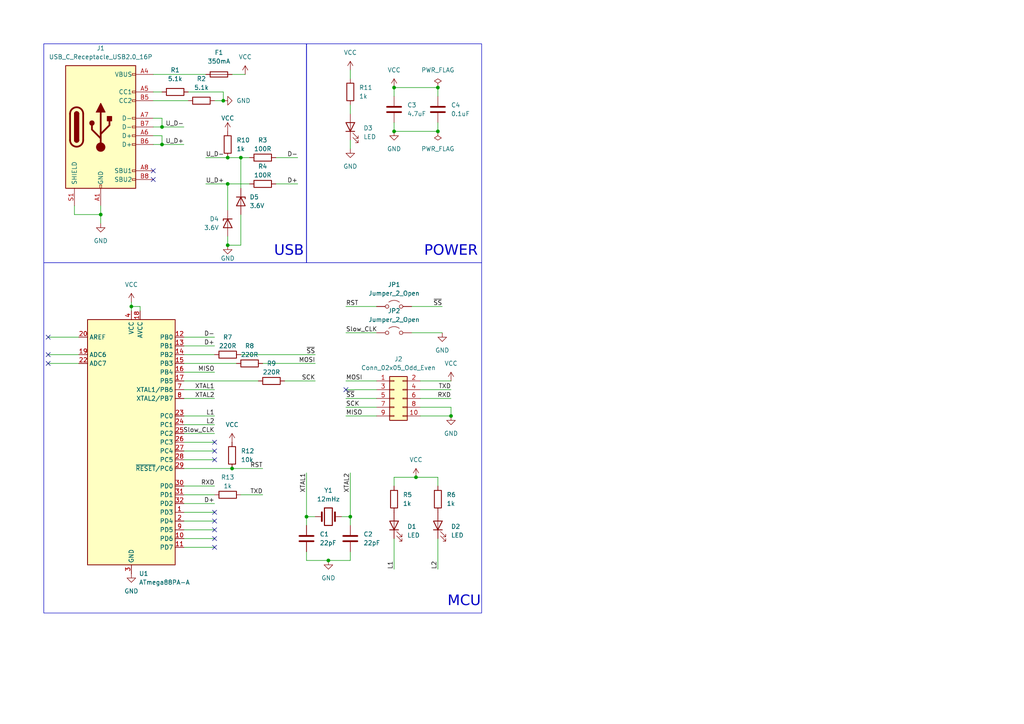
<source format=kicad_sch>
(kicad_sch (version 20231120) (generator "eeschema") (generator_version "8.0")
  (paper "A4")
  (title_block (title "ICSP_Programmer_USBasp") (date "2024-06-30") (company "yukuyuku4123"))
  (lib_symbols
    (symbol "Connector:USB_C_Receptacle_USB2.0_16P" (pin_names (offset 1.016))
      (property "Reference" "J" (at 0 22.225 0))
      (property "Value" "USB_C_Receptacle_USB2.0_16P" (at 0 19.685 0))
      (symbol "USB_C_Receptacle_USB2.0_16P_0_0"
        (rectangle (start -0.254 -17.78) (end 0.254 -16.764))
        (rectangle (start 10.16 -14.986) (end 9.144 -15.494))
        (rectangle (start 10.16 -12.446) (end 9.144 -12.954))
        (rectangle (start 10.16 -4.826) (end 9.144 -5.334))
        (rectangle (start 10.16 -2.286) (end 9.144 -2.794))
        (rectangle (start 10.16 0.254) (end 9.144 -0.254))
        (rectangle (start 10.16 2.794) (end 9.144 2.286))
        (rectangle (start 10.16 7.874) (end 9.144 7.366))
        (rectangle (start 10.16 10.414) (end 9.144 9.906))
        (rectangle (start 10.16 15.494) (end 9.144 14.986))
      )
      (symbol "USB_C_Receptacle_USB2.0_16P_0_1"
        (rectangle (start -10.16 17.78) (end 10.16 -17.78) (stroke (width 0.254)) (fill (type background)))
        (arc (start -8.89 -3.81) (mid -6.985 -5.7067) (end -5.08 -3.81) (stroke (width 0.508)))
        (arc (start -7.62 -3.81) (mid -6.985 -4.4423) (end -6.35 -3.81) (stroke (width 0.254)))
        (arc (start -7.62 -3.81) (mid -6.985 -4.4423) (end -6.35 -3.81) (stroke (width 0.254)) (fill (type outline)))
        (rectangle (start -7.62 -3.81) (end -6.35 3.81) (stroke (width 0.254)) (fill (type outline)))
        (arc (start -6.35 3.81) (mid -6.985 4.4423) (end -7.62 3.81) (stroke (width 0.254)))
        (arc (start -6.35 3.81) (mid -6.985 4.4423) (end -7.62 3.81) (stroke (width 0.254)) (fill (type outline)))
        (arc (start -5.08 3.81) (mid -6.985 5.7067) (end -8.89 3.81) (stroke (width 0.508)))
        (circle (center -2.54 1.143) (radius 0.635) (stroke (width 0.254)) (fill (type outline)))
        (circle (center 0 -5.842) (radius 1.27) (fill (type outline)))
        (polyline (pts (xy -8.89 -3.81) (xy -8.89 3.81)) (stroke (width 0.508)))
        (polyline (pts (xy -5.08 3.81) (xy -5.08 -3.81)) (stroke (width 0.508)))
        (polyline (pts (xy 0 -5.842) (xy 0 4.318)) (stroke (width 0.508)))
        (polyline (pts (xy 0 -3.302) (xy -2.54 -0.762) (xy -2.54 0.508)) (stroke (width 0.508)))
        (polyline (pts (xy 0 -2.032) (xy 2.54 0.508) (xy 2.54 1.778)) (stroke (width 0.508)))
        (polyline (pts (xy -1.27 4.318) (xy 0 6.858) (xy 1.27 4.318) (xy -1.27 4.318)) (stroke (width 0.254)) (fill (type outline)))
        (rectangle (start 1.905 1.778) (end 3.175 3.048) (stroke (width 0.254)) (fill (type outline)))
      )
      (symbol "USB_C_Receptacle_USB2.0_16P_1_1"
        (pin passive line (at 0 -22.86 90) (length 5.08) (name "GND") (number "A1"))
        (pin passive line (at 0 -22.86 90) (length 5.08) hide (name "GND") (number "A12"))
        (pin passive line (at 15.24 15.24 180) (length 5.08) (name "VBUS") (number "A4"))
        (pin bidirectional line (at 15.24 10.16 180) (length 5.08) (name "CC1") (number "A5"))
        (pin bidirectional line (at 15.24 -2.54 180) (length 5.08) (name "D+") (number "A6"))
        (pin bidirectional line (at 15.24 2.54 180) (length 5.08) (name "D-") (number "A7"))
        (pin bidirectional line (at 15.24 -12.7 180) (length 5.08) (name "SBU1") (number "A8"))
        (pin passive line (at 15.24 15.24 180) (length 5.08) hide (name "VBUS") (number "A9"))
        (pin passive line (at 0 -22.86 90) (length 5.08) hide (name "GND") (number "B1"))
        (pin passive line (at 0 -22.86 90) (length 5.08) hide (name "GND") (number "B12"))
        (pin passive line (at 15.24 15.24 180) (length 5.08) hide (name "VBUS") (number "B4"))
        (pin bidirectional line (at 15.24 7.62 180) (length 5.08) (name "CC2") (number "B5"))
        (pin bidirectional line (at 15.24 -5.08 180) (length 5.08) (name "D+") (number "B6"))
        (pin bidirectional line (at 15.24 0 180) (length 5.08) (name "D-") (number "B7"))
        (pin bidirectional line (at 15.24 -15.24 180) (length 5.08) (name "SBU2") (number "B8"))
        (pin passive line (at 15.24 15.24 180) (length 5.08) hide (name "VBUS") (number "B9"))
        (pin passive line (at -7.62 -22.86 90) (length 5.08) (name "SHIELD") (number "S1"))
      )
    )
    (symbol "Connector_Generic:Conn_02x05_Odd_Even" (pin_names (offset 1.016) hide)
      (property "Reference" "J" (at 1.27 7.62 0))
      (property "Value" "Conn_02x05_Odd_Even" (at 1.27 -7.62 0))
      (symbol "Conn_02x05_Odd_Even_1_1"
        (rectangle (start -1.27 -4.953) (end 0 -5.207) (stroke (width 0.1524)))
        (rectangle (start -1.27 -2.413) (end 0 -2.667) (stroke (width 0.1524)))
        (rectangle (start -1.27 0.127) (end 0 -0.127) (stroke (width 0.1524)))
        (rectangle (start -1.27 2.667) (end 0 2.413) (stroke (width 0.1524)))
        (rectangle (start -1.27 5.207) (end 0 4.953) (stroke (width 0.1524)))
        (rectangle (start -1.27 6.35) (end 3.81 -6.35) (stroke (width 0.254)) (fill (type background)))
        (rectangle (start 3.81 -4.953) (end 2.54 -5.207) (stroke (width 0.1524)))
        (rectangle (start 3.81 -2.413) (end 2.54 -2.667) (stroke (width 0.1524)))
        (rectangle (start 3.81 0.127) (end 2.54 -0.127) (stroke (width 0.1524)))
        (rectangle (start 3.81 2.667) (end 2.54 2.413) (stroke (width 0.1524)))
        (rectangle (start 3.81 5.207) (end 2.54 4.953) (stroke (width 0.1524)))
        (pin passive line (at -5.08 5.08 0) (length 3.81) (name "Pin_1") (number "1"))
        (pin passive line (at 7.62 -5.08 180) (length 3.81) (name "Pin_10") (number "10"))
        (pin passive line (at 7.62 5.08 180) (length 3.81) (name "Pin_2") (number "2"))
        (pin passive line (at -5.08 2.54 0) (length 3.81) (name "Pin_3") (number "3"))
        (pin passive line (at 7.62 2.54 180) (length 3.81) (name "Pin_4") (number "4"))
        (pin passive line (at -5.08 0 0) (length 3.81) (name "Pin_5") (number "5"))
        (pin passive line (at 7.62 0 180) (length 3.81) (name "Pin_6") (number "6"))
        (pin passive line (at -5.08 -2.54 0) (length 3.81) (name "Pin_7") (number "7"))
        (pin passive line (at 7.62 -2.54 180) (length 3.81) (name "Pin_8") (number "8"))
        (pin passive line (at -5.08 -5.08 0) (length 3.81) (name "Pin_9") (number "9"))
      )
    )
    (symbol "Device:C" (pin_numbers hide) (pin_names (offset 0.254))
      (property "Reference" "C" (at 0.635 2.54 0))
      (property "Value" "C" (at 0.635 -2.54 0))
      (symbol "C_0_1"
        (polyline (pts (xy -2.032 -0.762) (xy 2.032 -0.762)) (stroke (width 0.508)))
        (polyline (pts (xy -2.032 0.762) (xy 2.032 0.762)) (stroke (width 0.508)))
      )
      (symbol "C_1_1"
        (pin passive line (at 0 3.81 270) (length 2.794) (name "~") (number "1"))
        (pin passive line (at 0 -3.81 90) (length 2.794) (name "~") (number "2"))
      )
    )
    (symbol "Device:Crystal" (pin_numbers hide) (pin_names (offset 1.016) hide)
      (property "Reference" "Y" (at 0 3.81 0))
      (property "Value" "Crystal" (at 0 -3.81 0))
      (symbol "Crystal_0_1"
        (rectangle (start -1.143 2.54) (end 1.143 -2.54) (stroke (width 0.3048)))
        (polyline (pts (xy -2.54 0) (xy -1.905 0)))
        (polyline (pts (xy -1.905 -1.27) (xy -1.905 1.27)) (stroke (width 0.508)))
        (polyline (pts (xy 1.905 -1.27) (xy 1.905 1.27)) (stroke (width 0.508)))
        (polyline (pts (xy 2.54 0) (xy 1.905 0)))
      )
      (symbol "Crystal_1_1"
        (pin passive line (at -3.81 0 0) (length 1.27) (name "1") (number "1"))
        (pin passive line (at 3.81 0 180) (length 1.27) (name "2") (number "2"))
      )
    )
    (symbol "Device:D_Zener" (pin_numbers hide) (pin_names (offset 1.016) hide)
      (property "Reference" "D" (at 0 2.54 0))
      (property "Value" "D_Zener" (at 0 -2.54 0))
      (symbol "D_Zener_0_1"
        (polyline (pts (xy 1.27 0) (xy -1.27 0)))
        (polyline (pts (xy -1.27 -1.27) (xy -1.27 1.27) (xy -0.762 1.27)) (stroke (width 0.254)))
        (polyline (pts (xy 1.27 -1.27) (xy 1.27 1.27) (xy -1.27 0) (xy 1.27 -1.27)) (stroke (width 0.254)))
      )
      (symbol "D_Zener_1_1"
        (pin passive line (at -3.81 0 0) (length 2.54) (name "K") (number "1"))
        (pin passive line (at 3.81 0 180) (length 2.54) (name "A") (number "2"))
      )
    )
    (symbol "Device:Fuse" (pin_numbers hide) (pin_names (offset 0))
      (property "Reference" "F" (at 2.032 0 90))
      (property "Value" "Fuse" (at -1.905 0 90))
      (symbol "Fuse_0_1"
        (rectangle (start -0.762 -2.54) (end 0.762 2.54) (stroke (width 0.254)))
        (polyline (pts (xy 0 2.54) (xy 0 -2.54)))
      )
      (symbol "Fuse_1_1"
        (pin passive line (at 0 3.81 270) (length 1.27) (name "~") (number "1"))
        (pin passive line (at 0 -3.81 90) (length 1.27) (name "~") (number "2"))
      )
    )
    (symbol "Device:LED" (pin_numbers hide) (pin_names (offset 1.016) hide)
      (property "Reference" "D" (at 0 2.54 0))
      (property "Value" "LED" (at 0 -2.54 0))
      (symbol "LED_0_1"
        (polyline (pts (xy -1.27 -1.27) (xy -1.27 1.27)) (stroke (width 0.254)))
        (polyline (pts (xy -1.27 0) (xy 1.27 0)))
        (polyline (pts (xy 1.27 -1.27) (xy 1.27 1.27) (xy -1.27 0) (xy 1.27 -1.27)) (stroke (width 0.254)))
        (polyline (pts (xy -3.048 -0.762) (xy -4.572 -2.286) (xy -3.81 -2.286) (xy -4.572 -2.286) (xy -4.572 -1.524)))
        (polyline (pts (xy -1.778 -0.762) (xy -3.302 -2.286) (xy -2.54 -2.286) (xy -3.302 -2.286) (xy -3.302 -1.524)))
      )
      (symbol "LED_1_1"
        (pin passive line (at -3.81 0 0) (length 2.54) (name "K") (number "1"))
        (pin passive line (at 3.81 0 180) (length 2.54) (name "A") (number "2"))
      )
    )
    (symbol "Device:R" (pin_numbers hide) (pin_names (offset 0))
      (property "Reference" "R" (at 2.032 0 90))
      (property "Value" "R" (at 0 0 90))
      (symbol "R_0_1"
        (rectangle (start -1.016 -2.54) (end 1.016 2.54) (stroke (width 0.254)))
      )
      (symbol "R_1_1"
        (pin passive line (at 0 3.81 270) (length 1.27) (name "~") (number "1"))
        (pin passive line (at 0 -3.81 90) (length 1.27) (name "~") (number "2"))
      )
    )
    (symbol "Jumper:Jumper_2_Open" (pin_numbers hide) (pin_names (offset 0) hide) (exclude_from_sim yes)
      (property "Reference" "JP" (at 0 2.794 0))
      (property "Value" "Jumper_2_Open" (at 0 -2.286 0))
      (symbol "Jumper_2_Open_0_0"
        (circle (center -2.032 0) (radius 0.508))
        (circle (center 2.032 0) (radius 0.508))
      )
      (symbol "Jumper_2_Open_0_1"
        (arc (start 1.524 1.27) (mid 0 1.778) (end -1.524 1.27))
      )
      (symbol "Jumper_2_Open_1_1"
        (pin passive line (at -5.08 0 0) (length 2.54) (name "A") (number "1"))
        (pin passive line (at 5.08 0 180) (length 2.54) (name "B") (number "2"))
      )
    )
    (symbol "MCU_Microchip_ATmega:ATmega88PA-A"
      (property "Reference" "U" (at -12.7 36.83 0))
      (property "Value" "ATmega88PA-A" (at 2.54 -36.83 0))
      (symbol "ATmega88PA-A_0_1"
        (rectangle (start -12.7 -35.56) (end 12.7 35.56) (stroke (width 0.254)) (fill (type background)))
      )
      (symbol "ATmega88PA-A_1_1"
        (pin bidirectional line (at 15.24 -20.32 180) (length 2.54) (name "PD3") (number "1"))
        (pin bidirectional line (at 15.24 -27.94 180) (length 2.54) (name "PD6") (number "10"))
        (pin bidirectional line (at 15.24 -30.48 180) (length 2.54) (name "PD7") (number "11"))
        (pin bidirectional line (at 15.24 30.48 180) (length 2.54) (name "PB0") (number "12"))
        (pin bidirectional line (at 15.24 27.94 180) (length 2.54) (name "PB1") (number "13"))
        (pin bidirectional line (at 15.24 25.4 180) (length 2.54) (name "PB2") (number "14"))
        (pin bidirectional line (at 15.24 22.86 180) (length 2.54) (name "PB3") (number "15"))
        (pin bidirectional line (at 15.24 20.32 180) (length 2.54) (name "PB4") (number "16"))
        (pin bidirectional line (at 15.24 17.78 180) (length 2.54) (name "PB5") (number "17"))
        (pin power_in line (at 2.54 38.1 270) (length 2.54) (name "AVCC") (number "18"))
        (pin input line (at -15.24 25.4 0) (length 2.54) (name "ADC6") (number "19"))
        (pin bidirectional line (at 15.24 -22.86 180) (length 2.54) (name "PD4") (number "2"))
        (pin passive line (at -15.24 30.48 0) (length 2.54) (name "AREF") (number "20"))
        (pin passive line (at 0 -38.1 90) (length 2.54) hide (name "GND") (number "21"))
        (pin input line (at -15.24 22.86 0) (length 2.54) (name "ADC7") (number "22"))
        (pin bidirectional line (at 15.24 7.62 180) (length 2.54) (name "PC0") (number "23"))
        (pin bidirectional line (at 15.24 5.08 180) (length 2.54) (name "PC1") (number "24"))
        (pin bidirectional line (at 15.24 2.54 180) (length 2.54) (name "PC2") (number "25"))
        (pin bidirectional line (at 15.24 0 180) (length 2.54) (name "PC3") (number "26"))
        (pin bidirectional line (at 15.24 -2.54 180) (length 2.54) (name "PC4") (number "27"))
        (pin bidirectional line (at 15.24 -5.08 180) (length 2.54) (name "PC5") (number "28"))
        (pin bidirectional line (at 15.24 -7.62 180) (length 2.54) (name "~{RESET}/PC6") (number "29"))
        (pin power_in line (at 0 -38.1 90) (length 2.54) (name "GND") (number "3"))
        (pin bidirectional line (at 15.24 -12.7 180) (length 2.54) (name "PD0") (number "30"))
        (pin bidirectional line (at 15.24 -15.24 180) (length 2.54) (name "PD1") (number "31"))
        (pin bidirectional line (at 15.24 -17.78 180) (length 2.54) (name "PD2") (number "32"))
        (pin power_in line (at 0 38.1 270) (length 2.54) (name "VCC") (number "4"))
        (pin passive line (at 0 -38.1 90) (length 2.54) hide (name "GND") (number "5"))
        (pin passive line (at 0 38.1 270) (length 2.54) hide (name "VCC") (number "6"))
        (pin bidirectional line (at 15.24 15.24 180) (length 2.54) (name "XTAL1/PB6") (number "7"))
        (pin bidirectional line (at 15.24 12.7 180) (length 2.54) (name "XTAL2/PB7") (number "8"))
        (pin bidirectional line (at 15.24 -25.4 180) (length 2.54) (name "PD5") (number "9"))
      )
    )
    (symbol "power:GND" (power) (pin_numbers hide) (pin_names (offset 0) hide)
      (property "Value" "GND" (at 0 -3.81 0))
      (symbol "GND_0_1"
        (polyline (pts (xy 0 0) (xy 0 -1.27) (xy 1.27 -1.27) (xy 0 -2.54) (xy -1.27 -1.27) (xy 0 -1.27)))
      )
      (symbol "GND_1_1"
        (pin power_in line (at 0 0 270) (length 0) (name "~") (number "1"))
      )
    )
    (symbol "power:PWR_FLAG" (power) (pin_numbers hide) (pin_names (offset 0) hide)
      (property "Value" "PWR_FLAG" (at 0 3.81 0))
      (symbol "PWR_FLAG_0_0"
        (pin power_out line (at 0 0 90) (length 0) (name "~") (number "1"))
      )
      (symbol "PWR_FLAG_0_1"
        (polyline (pts (xy 0 0) (xy 0 1.27) (xy -1.016 1.905) (xy 0 2.54) (xy 1.016 1.905) (xy 0 1.27)))
      )
    )
    (symbol "power:VCC" (power) (pin_numbers hide) (pin_names (offset 0) hide)
      (property "Value" "VCC" (at 0 3.556 0))
      (symbol "VCC_0_1"
        (polyline (pts (xy -0.762 1.27) (xy 0 2.54)))
        (polyline (pts (xy 0 0) (xy 0 2.54)))
        (polyline (pts (xy 0 2.54) (xy 0.762 1.27)))
      )
      (symbol "VCC_1_1"
        (pin power_in line (at 0 0 90) (length 0) (name "~") (number "1"))
      )
    )
  )
  (junction (at 64.77 29.21))
  (junction (at 88.9 149.86))
  (junction (at 38.1 88.9))
  (junction (at 101.6 149.86))
  (junction (at 69.85 45.72))
  (junction (at 66.04 53.34))
  (junction (at 114.3 25.4))
  (junction (at 127 25.4))
  (junction (at 46.99 36.83))
  (junction (at 66.04 71.12))
  (junction (at 29.21 62.23))
  (junction (at 95.25 162.56))
  (junction (at 66.04 45.72))
  (junction (at 127 38.1))
  (junction (at 120.65 138.43))
  (junction (at 46.99 41.91))
  (junction (at 130.81 120.65))
  (junction (at 67.31 135.89))
  (junction (at 114.3 38.1))
  (no_connect (at 13.97 97.79))
  (no_connect (at 13.97 105.41))
  (no_connect (at 100.33 113.03))
  (no_connect (at 62.23 151.13))
  (no_connect (at 62.23 156.21))
  (no_connect (at 62.23 153.67))
  (no_connect (at 62.23 130.81))
  (no_connect (at 44.45 52.07))
  (no_connect (at 62.23 128.27))
  (no_connect (at 62.23 158.75))
  (no_connect (at 62.23 148.59))
  (no_connect (at 13.97 102.87))
  (no_connect (at 44.45 49.53))
  (no_connect (at 62.23 133.35))
  (wire (pts (xy 59.69 45.72) (xy 66.04 45.72)))
  (wire (pts (xy 44.45 34.29) (xy 46.99 34.29)))
  (wire (pts (xy 53.34 128.27) (xy 62.23 128.27)))
  (wire (pts (xy 53.34 115.57) (xy 62.23 115.57)))
  (wire (pts (xy 53.34 135.89) (xy 67.31 135.89)))
  (wire (pts (xy 127 35.56) (xy 127 38.1)))
  (wire (pts (xy 13.97 102.87) (xy 22.86 102.87)))
  (wire (pts (xy 127 138.43) (xy 127 140.97)))
  (wire (pts (xy 53.34 97.79) (xy 62.23 97.79)))
  (wire (pts (xy 38.1 87.63) (xy 38.1 88.9)))
  (wire (pts (xy 21.59 59.69) (xy 21.59 62.23)))
  (wire (pts (xy 40.64 90.17) (xy 40.64 88.9)))
  (wire (pts (xy 80.01 45.72) (xy 86.36 45.72)))
  (wire (pts (xy 53.34 151.13) (xy 62.23 151.13)))
  (wire (pts (xy 76.2 105.41) (xy 91.44 105.41)))
  (wire (pts (xy 100.33 88.9) (xy 109.22 88.9)))
  (wire (pts (xy 40.64 88.9) (xy 38.1 88.9)))
  (wire (pts (xy 119.38 88.9) (xy 128.27 88.9)))
  (wire (pts (xy 114.3 138.43) (xy 120.65 138.43)))
  (wire (pts (xy 88.9 137.16) (xy 88.9 149.86)))
  (wire (pts (xy 44.45 36.83) (xy 46.99 36.83)))
  (wire (pts (xy 95.25 162.56) (xy 101.6 162.56)))
  (wire (pts (xy 101.6 162.56) (xy 101.6 160.02)))
  (wire (pts (xy 67.31 21.59) (xy 71.12 21.59)))
  (wire (pts (xy 46.99 34.29) (xy 46.99 36.83)))
  (wire (pts (xy 53.34 107.95) (xy 62.23 107.95)))
  (wire (pts (xy 120.65 138.43) (xy 127 138.43)))
  (wire (pts (xy 100.33 96.52) (xy 109.22 96.52)))
  (wire (pts (xy 69.85 62.23) (xy 69.85 71.12)))
  (wire (pts (xy 69.85 102.87) (xy 91.44 102.87)))
  (wire (pts (xy 64.77 26.67) (xy 64.77 29.21)))
  (wire (pts (xy 66.04 45.72) (xy 69.85 45.72)))
  (wire (pts (xy 100.33 115.57) (xy 109.22 115.57)))
  (wire (pts (xy 82.55 110.49) (xy 91.44 110.49)))
  (wire (pts (xy 99.06 149.86) (xy 101.6 149.86)))
  (wire (pts (xy 53.34 100.33) (xy 62.23 100.33)))
  (wire (pts (xy 53.34 123.19) (xy 62.23 123.19)))
  (wire (pts (xy 91.44 149.86) (xy 88.9 149.86)))
  (wire (pts (xy 88.9 160.02) (xy 88.9 162.56)))
  (wire (pts (xy 53.34 133.35) (xy 62.23 133.35)))
  (wire (pts (xy 88.9 149.86) (xy 88.9 152.4)))
  (wire (pts (xy 114.3 27.94) (xy 114.3 25.4)))
  (wire (pts (xy 53.34 102.87) (xy 62.23 102.87)))
  (wire (pts (xy 53.34 156.21) (xy 62.23 156.21)))
  (wire (pts (xy 44.45 39.37) (xy 46.99 39.37)))
  (wire (pts (xy 121.92 113.03) (xy 130.81 113.03)))
  (wire (pts (xy 127 38.1) (xy 114.3 38.1)))
  (wire (pts (xy 66.04 53.34) (xy 72.39 53.34)))
  (wire (pts (xy 53.34 153.67) (xy 62.23 153.67)))
  (wire (pts (xy 21.59 62.23) (xy 29.21 62.23)))
  (wire (pts (xy 119.38 96.52) (xy 128.27 96.52)))
  (wire (pts (xy 101.6 40.64) (xy 101.6 43.18)))
  (wire (pts (xy 29.21 62.23) (xy 29.21 59.69)))
  (wire (pts (xy 101.6 30.48) (xy 101.6 33.02)))
  (wire (pts (xy 127 25.4) (xy 127 27.94)))
  (wire (pts (xy 100.33 120.65) (xy 109.22 120.65)))
  (wire (pts (xy 53.34 143.51) (xy 62.23 143.51)))
  (wire (pts (xy 69.85 45.72) (xy 69.85 54.61)))
  (wire (pts (xy 62.23 29.21) (xy 64.77 29.21)))
  (wire (pts (xy 88.9 162.56) (xy 95.25 162.56)))
  (wire (pts (xy 121.92 120.65) (xy 130.81 120.65)))
  (wire (pts (xy 53.34 120.65) (xy 62.23 120.65)))
  (wire (pts (xy 100.33 118.11) (xy 109.22 118.11)))
  (wire (pts (xy 53.34 158.75) (xy 62.23 158.75)))
  (wire (pts (xy 66.04 71.12) (xy 66.04 68.58)))
  (wire (pts (xy 69.85 71.12) (xy 66.04 71.12)))
  (wire (pts (xy 53.34 113.03) (xy 62.23 113.03)))
  (wire (pts (xy 53.34 140.97) (xy 62.23 140.97)))
  (wire (pts (xy 130.81 118.11) (xy 130.81 120.65)))
  (wire (pts (xy 53.34 130.81) (xy 62.23 130.81)))
  (wire (pts (xy 121.92 118.11) (xy 130.81 118.11)))
  (wire (pts (xy 46.99 41.91) (xy 53.34 41.91)))
  (wire (pts (xy 67.31 135.89) (xy 76.2 135.89)))
  (wire (pts (xy 127 156.21) (xy 127 165.1)))
  (wire (pts (xy 114.3 38.1) (xy 114.3 35.56)))
  (wire (pts (xy 69.85 45.72) (xy 72.39 45.72)))
  (wire (pts (xy 44.45 41.91) (xy 46.99 41.91)))
  (wire (pts (xy 80.01 53.34) (xy 86.36 53.34)))
  (wire (pts (xy 13.97 97.79) (xy 22.86 97.79)))
  (wire (pts (xy 100.33 110.49) (xy 109.22 110.49)))
  (wire (pts (xy 53.34 125.73) (xy 62.23 125.73)))
  (wire (pts (xy 46.99 39.37) (xy 46.99 41.91)))
  (wire (pts (xy 53.34 148.59) (xy 62.23 148.59)))
  (wire (pts (xy 53.34 146.05) (xy 62.23 146.05)))
  (wire (pts (xy 101.6 137.16) (xy 101.6 149.86)))
  (wire (pts (xy 101.6 149.86) (xy 101.6 152.4)))
  (wire (pts (xy 54.61 26.67) (xy 64.77 26.67)))
  (wire (pts (xy 53.34 105.41) (xy 68.58 105.41)))
  (wire (pts (xy 59.69 53.34) (xy 66.04 53.34)))
  (wire (pts (xy 29.21 62.23) (xy 29.21 64.77)))
  (wire (pts (xy 69.85 143.51) (xy 76.2 143.51)))
  (wire (pts (xy 114.3 25.4) (xy 127 25.4)))
  (wire (pts (xy 44.45 21.59) (xy 59.69 21.59)))
  (wire (pts (xy 101.6 20.32) (xy 101.6 22.86)))
  (wire (pts (xy 13.97 105.41) (xy 22.86 105.41)))
  (wire (pts (xy 44.45 26.67) (xy 46.99 26.67)))
  (wire (pts (xy 53.34 110.49) (xy 74.93 110.49)))
  (wire (pts (xy 121.92 110.49) (xy 130.81 110.49)))
  (wire (pts (xy 44.45 29.21) (xy 54.61 29.21)))
  (wire (pts (xy 66.04 53.34) (xy 66.04 60.96)))
  (wire (pts (xy 46.99 36.83) (xy 53.34 36.83)))
  (wire (pts (xy 114.3 140.97) (xy 114.3 138.43)))
  (wire (pts (xy 100.33 113.03) (xy 109.22 113.03)))
  (wire (pts (xy 38.1 88.9) (xy 38.1 90.17)))
  (wire (pts (xy 114.3 156.21) (xy 114.3 165.1)))
  (wire (pts (xy 121.92 115.57) (xy 130.81 115.57)))
  (rectangle (start 88.9 12.7) (end 139.7 76.2))
  (rectangle (start 12.7 12.7) (end 88.9 76.2))
  (rectangle (start 12.7 76.2) (end 139.7 177.8))
  (text "USB" (at 83.82 73.66 0) (effects (font (size 3 3))))
  (text "POWER" (at 130.81 73.66 0) (effects (font (size 3 3))))
  (text "MCU" (at 134.62 175.26 0) (effects (font (size 3 3))))
  (label "XTAL1" (at 62.23 113.03 180))
  (label "U_D-" (at 59.69 45.72 0))
  (label "L1" (at 114.3 165.1 90))
  (label "L2" (at 127 165.1 90))
  (label "D-" (at 62.23 97.79 180))
  (label "XTAL2" (at 101.6 137.16 270))
  (label "D+" (at 62.23 100.33 180))
  (label "TXD" (at 130.81 113.03 180))
  (label "TXD" (at 76.2 143.51 180))
  (label "RST" (at 76.2 135.89 180))
  (label "U_D+" (at 59.69 53.34 0))
  (label "MISO" (at 62.23 107.95 180))
  (label "RXD" (at 62.23 140.97 180))
  (label "U_D-" (at 53.34 36.83 180))
  (label "~{SS}" (at 91.44 102.87 180))
  (label "U_D+" (at 53.34 41.91 180))
  (label "MOSI" (at 91.44 105.41 180))
  (label "D+" (at 86.36 53.34 180))
  (label "RXD" (at 130.81 115.57 180))
  (label "RST" (at 100.33 88.9 0))
  (label "L2" (at 62.23 123.19 180))
  (label "~{SS}" (at 100.33 115.57 0))
  (label "MOSI" (at 100.33 110.49 0))
  (label "D+" (at 62.23 146.05 180))
  (label "Slow_CLK" (at 62.23 125.73 180))
  (label "SCK" (at 91.44 110.49 180))
  (label "MISO" (at 100.33 120.65 0))
  (label "Slow_CLK" (at 100.33 96.52 0))
  (label "SCK" (at 100.33 118.11 0))
  (label "XTAL2" (at 62.23 115.57 180))
  (label "L1" (at 62.23 120.65 180))
  (label "~{SS}" (at 128.27 88.9 180))
  (label "D-" (at 86.36 45.72 180))
  (label "XTAL1" (at 88.9 137.16 270))
  (symbol (lib_id "power:VCC") (at 120.65 138.43 0) (unit 1)
    (property "Reference" "#PWR07" (effects (hide yes)))
    (property "Value" "VCC" (at 120.65 133.35 0))
    (property "Description" "Power symbol creates a global label with name \"VCC\"" (effects (hide yes)))
  )
  (symbol (lib_id "Device:R") (at 67.31 132.08 0) (unit 1)
    (property "Reference" "R12" (at 69.85 130.8099 0) (effects (justify left)))
    (property "Value" "10k" (at 69.85 133.3499 0) (effects (justify left)))
    (property "Footprint" "Resistor_SMD:R_0603_1608Metric" (effects (hide yes)))
    (property "Description" "Resistor" (effects (hide yes)))
  )
  (symbol (lib_id "power:GND") (at 128.27 96.52 0) (unit 1)
    (property "Reference" "#PWR014" (effects (hide yes)))
    (property "Value" "GND" (at 128.27 101.6 0))
    (property "Description" "Power symbol creates a global label with name \"GND\" , ground" (effects (hide yes)))
  )
  (symbol (lib_id "power:GND") (at 95.25 162.56 0) (unit 1)
    (property "Reference" "#PWR06" (effects (hide yes)))
    (property "Value" "GND" (at 95.25 167.64 0))
    (property "Description" "Power symbol creates a global label with name \"GND\" , ground" (effects (hide yes)))
  )
  (symbol (lib_id "Device:R") (at 72.39 105.41 90) (unit 1)
    (property "Reference" "R8" (at 72.39 100.33 90))
    (property "Value" "220R" (at 72.39 102.87 90))
    (property "Footprint" "Resistor_SMD:R_0603_1608Metric" (effects (hide yes)))
    (property "Description" "Resistor" (effects (hide yes)))
  )
  (symbol (lib_id "Device:D_Zener") (at 66.04 64.77 90) (mirror x) (unit 1)
    (property "Reference" "D4" (at 63.5 63.4999 90) (effects (justify left)))
    (property "Value" "3.6V" (at 63.5 66.0399 90) (effects (justify left)))
    (property "Footprint" "Diode_SMD:D_SOD-323F" (effects (hide yes)))
    (property "Description" "Zener diode" (effects (hide yes)))
  )
  (symbol (lib_id "power:GND") (at 130.81 120.65 0) (unit 1)
    (property "Reference" "#PWR015" (effects (hide yes)))
    (property "Value" "GND" (at 130.81 125.73 0))
    (property "Description" "Power symbol creates a global label with name \"GND\" , ground" (effects (hide yes)))
  )
  (symbol (lib_id "Device:R") (at 66.04 41.91 0) (unit 1)
    (property "Reference" "R10" (at 68.58 40.6399 0) (effects (justify left)))
    (property "Value" "1k" (at 68.58 43.1799 0) (effects (justify left)))
    (property "Footprint" "Resistor_SMD:R_0603_1608Metric" (effects (hide yes)))
    (property "Description" "Resistor" (effects (hide yes)))
  )
  (symbol (lib_id "power:VCC") (at 38.1 87.63 0) (unit 1)
    (property "Reference" "#PWR04" (effects (hide yes)))
    (property "Value" "VCC" (at 38.1 82.55 0))
    (property "Description" "Power symbol creates a global label with name \"VCC\"" (effects (hide yes)))
  )
  (symbol (lib_id "Device:R") (at 66.04 143.51 90) (unit 1)
    (property "Reference" "R13" (at 66.04 138.43 90))
    (property "Value" "1k" (at 66.04 140.97 90))
    (property "Footprint" "Resistor_SMD:R_0603_1608Metric" (effects (hide yes)))
    (property "Description" "Resistor" (effects (hide yes)))
  )
  (symbol (lib_id "Device:R") (at 78.74 110.49 90) (unit 1)
    (property "Reference" "R9" (at 78.74 105.41 90))
    (property "Value" "220R" (at 78.74 107.95 90))
    (property "Footprint" "Resistor_SMD:R_0603_1608Metric" (effects (hide yes)))
    (property "Description" "Resistor" (effects (hide yes)))
  )
  (symbol (lib_id "power:VCC") (at 67.31 128.27 0) (unit 1)
    (property "Reference" "#PWR013" (effects (hide yes)))
    (property "Value" "VCC" (at 67.31 123.19 0))
    (property "Description" "Power symbol creates a global label with name \"VCC\"" (effects (hide yes)))
  )
  (symbol (lib_id "Device:Fuse") (at 63.5 21.59 90) (unit 1)
    (property "Reference" "F1" (at 63.5 15.24 90))
    (property "Value" "350mA" (at 63.5 17.78 90))
    (property "Footprint" "Fuse:Fuse_0402_1005Metric" (effects (hide yes)))
    (property "Description" "Fuse" (effects (hide yes)))
  )
  (symbol (lib_id "Device:C") (at 88.9 156.21 0) (unit 1)
    (property "Reference" "C1" (at 92.71 154.9399 0) (effects (justify left)))
    (property "Value" "22pF" (at 92.71 157.4799 0) (effects (justify left)))
    (property "Footprint" "Capacitor_SMD:C_0402_1005Metric" (effects (hide yes)))
    (property "Description" "Unpolarized capacitor" (effects (hide yes)))
  )
  (symbol (lib_id "Device:R") (at 76.2 45.72 90) (unit 1)
    (property "Reference" "R3" (at 76.2 40.64 90))
    (property "Value" "100R" (at 76.2 43.18 90))
    (property "Footprint" "Resistor_SMD:R_0603_1608Metric" (effects (hide yes)))
    (property "Description" "Resistor" (effects (hide yes)))
  )
  (symbol (lib_id "Connector_Generic:Conn_02x05_Odd_Even") (at 114.3 115.57 0) (unit 1)
    (property "Reference" "J2" (at 115.57 104.14 0))
    (property "Value" "Conn_02x05_Odd_Even" (at 115.57 106.68 0))
    (property "Footprint" "Connector_PinHeader_2.54mm:PinHeader_2x05_P2.54mm_Vertical" (effects (hide yes)))
    (property "Description" "Generic connector, double row, 02x05, odd/even pin numbering scheme (row 1 odd numbers, row 2 even numbers), script generated (kicad-library-utils/schlib/autogen/connector/)" (effects (hide yes)))
  )
  (symbol (lib_id "power:VCC") (at 130.81 110.49 0) (unit 1)
    (property "Reference" "#PWR016" (effects (hide yes)))
    (property "Value" "VCC" (at 130.81 105.41 0))
    (property "Description" "Power symbol creates a global label with name \"VCC\"" (effects (hide yes)))
  )
  (symbol (lib_id "MCU_Microchip_ATmega:ATmega88PA-A") (at 38.1 128.27 0) (unit 1)
    (property "Reference" "U1" (at 40.2941 166.37 0) (effects (justify left)))
    (property "Value" "ATmega88PA-A" (at 40.2941 168.91 0) (effects (justify left)))
    (property "Footprint" "Package_QFP:TQFP-32_7x7mm_P0.8mm" (effects (hide yes)))
    (property "Datasheet" "http://ww1.microchip.com/downloads/en/DeviceDoc/ATmega48PA_88PA_168PA-Data-Sheet-40002011A.pdf" (effects (hide yes)))
    (property "Description" "20MHz, 8kB Flash, 1kB SRAM, 512B EEPROM, TQFP-32" (effects (hide yes)))
  )
  (symbol (lib_id "Device:R") (at 114.3 144.78 0) (unit 1)
    (property "Reference" "R5" (at 116.84 143.5099 0) (effects (justify left)))
    (property "Value" "1k" (at 116.84 146.0499 0) (effects (justify left)))
    (property "Footprint" "Resistor_SMD:R_0603_1608Metric" (effects (hide yes)))
    (property "Description" "Resistor" (effects (hide yes)))
  )
  (symbol (lib_id "Device:LED") (at 127 152.4 90) (unit 1)
    (property "Reference" "D2" (at 130.81 152.7174 90) (effects (justify right)))
    (property "Value" "LED" (at 130.81 155.2574 90) (effects (justify right)))
    (property "Footprint" "LED_SMD:LED_0603_1608Metric" (effects (hide yes)))
    (property "Description" "Light emitting diode" (effects (hide yes)))
  )
  (symbol (lib_id "power:GND") (at 29.21 64.77 0) (unit 1)
    (property "Reference" "#PWR01" (effects (hide yes)))
    (property "Value" "GND" (at 29.21 69.85 0))
    (property "Description" "Power symbol creates a global label with name \"GND\" , ground" (effects (hide yes)))
  )
  (symbol (lib_id "power:GND") (at 38.1 166.37 0) (unit 1)
    (property "Reference" "#PWR05" (effects (hide yes)))
    (property "Value" "GND" (at 38.1 171.45 0))
    (property "Description" "Power symbol creates a global label with name \"GND\" , ground" (effects (hide yes)))
  )
  (symbol (lib_id "Device:R") (at 76.2 53.34 270) (mirror x) (unit 1)
    (property "Reference" "R4" (at 76.2 48.26 90))
    (property "Value" "100R" (at 76.2 50.8 90))
    (property "Footprint" "Resistor_SMD:R_0603_1608Metric" (effects (hide yes)))
    (property "Description" "Resistor" (effects (hide yes)))
  )
  (symbol (lib_id "Device:D_Zener") (at 69.85 58.42 270) (unit 1)
    (property "Reference" "D5" (at 72.39 57.1499 90) (effects (justify left)))
    (property "Value" "3.6V" (at 72.39 59.6899 90) (effects (justify left)))
    (property "Footprint" "Diode_SMD:D_SOD-323F" (effects (hide yes)))
    (property "Description" "Zener diode" (effects (hide yes)))
  )
  (symbol (lib_id "Device:R") (at 66.04 102.87 90) (unit 1)
    (property "Reference" "R7" (at 66.04 97.79 90))
    (property "Value" "220R" (at 66.04 100.33 90))
    (property "Footprint" "Resistor_SMD:R_0603_1608Metric" (effects (hide yes)))
    (property "Description" "Resistor" (effects (hide yes)))
  )
  (symbol (lib_id "Device:C") (at 101.6 156.21 0) (unit 1)
    (property "Reference" "C2" (at 105.41 154.9399 0) (effects (justify left)))
    (property "Value" "22pF" (at 105.41 157.4799 0) (effects (justify left)))
    (property "Footprint" "Capacitor_SMD:C_0402_1005Metric" (effects (hide yes)))
    (property "Description" "Unpolarized capacitor" (effects (hide yes)))
  )
  (symbol (lib_id "power:GND") (at 114.3 38.1 0) (unit 1)
    (property "Reference" "#PWR011" (effects (hide yes)))
    (property "Value" "GND" (at 114.3 43.18 0))
    (property "Description" "Power symbol creates a global label with name \"GND\" , ground" (effects (hide yes)))
  )
  (symbol (lib_id "Device:R") (at 101.6 26.67 0) (unit 1)
    (property "Reference" "R11" (at 104.14 25.3999 0) (effects (justify left)))
    (property "Value" "1k" (at 104.14 27.9399 0) (effects (justify left)))
    (property "Footprint" "Resistor_SMD:R_0603_1608Metric" (effects (hide yes)))
    (property "Description" "Resistor" (effects (hide yes)))
  )
  (symbol (lib_id "power:VCC") (at 114.3 25.4 0) (unit 1)
    (property "Reference" "#PWR012" (effects (hide yes)))
    (property "Value" "VCC" (at 114.3 20.32 0))
    (property "Description" "Power symbol creates a global label with name \"VCC\"" (effects (hide yes)))
  )
  (symbol (lib_id "power:PWR_FLAG") (at 127 38.1 180) (unit 1)
    (property "Reference" "#FLG03" (effects (hide yes)))
    (property "Value" "PWR_FLAG" (at 127 43.18 0))
    (property "Description" "Special symbol for telling ERC where power comes from" (effects (hide yes)))
  )
  (symbol (lib_id "Device:LED") (at 101.6 36.83 90) (unit 1)
    (property "Reference" "D3" (at 105.41 37.1474 90) (effects (justify right)))
    (property "Value" "LED" (at 105.41 39.6874 90) (effects (justify right)))
    (property "Footprint" "LED_SMD:LED_0603_1608Metric" (effects (hide yes)))
    (property "Description" "Light emitting diode" (effects (hide yes)))
  )
  (symbol (lib_id "power:GND") (at 64.77 29.21 90) (unit 1)
    (property "Reference" "#PWR02" (effects (hide yes)))
    (property "Value" "GND" (at 68.58 29.2099 90) (effects (justify right)))
    (property "Description" "Power symbol creates a global label with name \"GND\" , ground" (effects (hide yes)))
  )
  (symbol (lib_id "power:VCC") (at 66.04 38.1 0) (unit 1)
    (property "Reference" "#PWR08" (effects (hide yes)))
    (property "Value" "VCC" (at 66.04 34.29 0))
    (property "Description" "Power symbol creates a global label with name \"VCC\"" (effects (hide yes)))
  )
  (symbol (lib_id "Device:Crystal") (at 95.25 149.86 0) (unit 1)
    (property "Reference" "Y1" (at 95.25 142.24 0))
    (property "Value" "12mHz" (at 95.25 144.78 0))
    (property "Footprint" "Crystal:Crystal_HC49-4H_Vertical" (effects (hide yes)))
    (property "Description" "Two pin crystal" (effects (hide yes)))
  )
  (symbol (lib_id "Device:LED") (at 114.3 152.4 90) (unit 1)
    (property "Reference" "D1" (at 118.11 152.7174 90) (effects (justify right)))
    (property "Value" "LED" (at 118.11 155.2574 90) (effects (justify right)))
    (property "Footprint" "LED_SMD:LED_0603_1608Metric" (effects (hide yes)))
    (property "Description" "Light emitting diode" (effects (hide yes)))
  )
  (symbol (lib_id "power:GND") (at 66.04 71.12 0) (unit 1)
    (property "Reference" "#PWR017" (effects (hide yes)))
    (property "Value" "GND" (at 66.04 74.93 0))
    (property "Description" "Power symbol creates a global label with name \"GND\" , ground" (effects (hide yes)))
  )
  (symbol (lib_id "Device:R") (at 127 144.78 0) (unit 1)
    (property "Reference" "R6" (at 129.54 143.5099 0) (effects (justify left)))
    (property "Value" "1k" (at 129.54 146.0499 0) (effects (justify left)))
    (property "Footprint" "Resistor_SMD:R_0603_1608Metric" (effects (hide yes)))
    (property "Description" "Resistor" (effects (hide yes)))
  )
  (symbol (lib_id "Jumper:Jumper_2_Open") (at 114.3 88.9 0) (unit 1) (exclude_from_sim yes)
    (property "Reference" "JP1" (at 114.3 82.55 0))
    (property "Value" "Jumper_2_Open" (at 114.3 85.09 0))
    (property "Footprint" "Connector_PinHeader_2.54mm:PinHeader_1x02_P2.54mm_Vertical" (effects (hide yes)))
    (property "Description" "Jumper, 2-pole, open" (effects (hide yes)))
  )
  (symbol (lib_id "Jumper:Jumper_2_Open") (at 114.3 96.52 0) (unit 1) (exclude_from_sim yes)
    (property "Reference" "JP2" (at 114.3 90.17 0))
    (property "Value" "Jumper_2_Open" (at 114.3 92.71 0))
    (property "Footprint" "Connector_PinHeader_2.54mm:PinHeader_1x02_P2.54mm_Vertical" (effects (hide yes)))
    (property "Description" "Jumper, 2-pole, open" (effects (hide yes)))
  )
  (symbol (lib_id "Device:R") (at 58.42 29.21 270) (unit 1)
    (property "Reference" "R2" (at 58.42 22.86 90))
    (property "Value" "5.1k" (at 58.42 25.4 90))
    (property "Footprint" "Resistor_SMD:R_0603_1608Metric" (effects (hide yes)))
    (property "Description" "Resistor" (effects (hide yes)))
  )
  (symbol (lib_id "power:VCC") (at 101.6 20.32 0) (unit 1)
    (property "Reference" "#PWR010" (effects (hide yes)))
    (property "Value" "VCC" (at 101.6 15.24 0))
    (property "Description" "Power symbol creates a global label with name \"VCC\"" (effects (hide yes)))
  )
  (symbol (lib_id "Device:R") (at 50.8 26.67 270) (unit 1)
    (property "Reference" "R1" (at 50.8 20.32 90))
    (property "Value" "5.1k" (at 50.8 22.86 90))
    (property "Footprint" "Resistor_SMD:R_0603_1608Metric" (effects (hide yes)))
    (property "Description" "Resistor" (effects (hide yes)))
  )
  (symbol (lib_id "power:PWR_FLAG") (at 127 25.4 0) (unit 1)
    (property "Reference" "#FLG02" (effects (hide yes)))
    (property "Value" "PWR_FLAG" (at 127 20.32 0))
    (property "Description" "Special symbol for telling ERC where power comes from" (effects (hide yes)))
  )
  (symbol (lib_id "Connector:USB_C_Receptacle_USB2.0_16P") (at 29.21 36.83 0) (unit 1)
    (property "Reference" "J1" (at 29.21 13.97 0))
    (property "Value" "USB_C_Receptacle_USB2.0_16P" (at 29.21 16.51 0))
    (property "Footprint" "Connector_USB:USB_C_Receptacle_GCT_USB4105-xx-A_16P_TopMnt_Horizontal" (effects (hide yes)))
    (property "Datasheet" "https://www.usb.org/sites/default/files/documents/usb_type-c.zip" (effects (hide yes)))
    (property "Description" "USB 2.0-only 16P Type-C Receptacle connector" (effects (hide yes)))
  )
  (symbol (lib_id "power:GND") (at 101.6 43.18 0) (unit 1)
    (property "Reference" "#PWR09" (effects (hide yes)))
    (property "Value" "GND" (at 101.6 48.26 0))
    (property "Description" "Power symbol creates a global label with name \"GND\" , ground" (effects (hide yes)))
  )
  (symbol (lib_id "power:VCC") (at 71.12 21.59 0) (unit 1)
    (property "Reference" "#PWR03" (effects (hide yes)))
    (property "Value" "VCC" (at 71.12 16.51 0))
    (property "Description" "Power symbol creates a global label with name \"VCC\"" (effects (hide yes)))
  )
  (symbol (lib_id "Device:C") (at 127 31.75 0) (unit 1)
    (property "Reference" "C4" (at 130.81 30.4799 0) (effects (justify left)))
    (property "Value" "0.1uF" (at 130.81 33.0199 0) (effects (justify left)))
    (property "Footprint" "Capacitor_SMD:C_0402_1005Metric" (effects (hide yes)))
    (property "Description" "Unpolarized capacitor" (effects (hide yes)))
  )
  (symbol (lib_id "Device:C") (at 114.3 31.75 0) (unit 1)
    (property "Reference" "C3" (at 118.11 30.4799 0) (effects (justify left)))
    (property "Value" "4.7uF" (at 118.11 33.0199 0) (effects (justify left)))
    (property "Footprint" "Capacitor_SMD:C_0603_1608Metric" (effects (hide yes)))
    (property "Description" "Unpolarized capacitor" (effects (hide yes)))
  )
)
</source>
